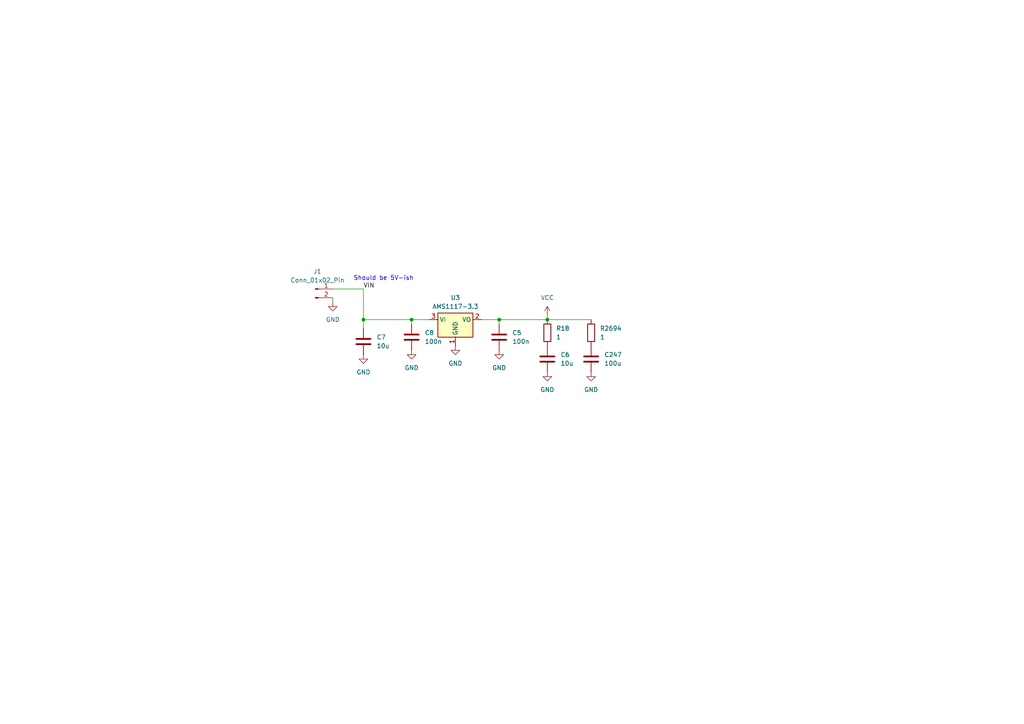
<source format=kicad_sch>
(kicad_sch (version 20250114) (generator "eeschema") (generator_version "9.0")
  (paper "A4")
  (lib_symbols
    (symbol "Connector:Conn_01x02_Pin" (pin_names (offset 1.016) (hide yes))
      (property "Reference" "J" (at 0 2.54 0))
      (property "Value" "Conn_01x02_Pin" (at 0 -5.08 0))
      (symbol "Conn_01x02_Pin_1_1"
        (rectangle (start 0.8636 0.127) (end 0 -0.127) (stroke (width 0.1524)) (fill (type outline)))
        (rectangle (start 0.8636 -2.413) (end 0 -2.667) (stroke (width 0.1524)) (fill (type outline)))
        (polyline (pts (xy 1.27 0) (xy 0.8636 0)) (stroke (width 0.1524)))
        (polyline (pts (xy 1.27 -2.54) (xy 0.8636 -2.54)) (stroke (width 0.1524)))
        (pin passive line (at 5.08 0 180) (length 3.81) (name "Pin_1") (number "1"))
        (pin passive line (at 5.08 -2.54 180) (length 3.81) (name "Pin_2") (number "2"))
      )
    )
    (symbol "Device:C" (pin_numbers (hide yes)) (pin_names (offset 0.254))
      (property "Reference" "C" (at 0.635 2.54 0))
      (property "Value" "C" (at 0.635 -2.54 0))
      (symbol "C_0_1"
        (polyline (pts (xy -2.032 0.762) (xy 2.032 0.762)) (stroke (width 0.508)))
        (polyline (pts (xy -2.032 -0.762) (xy 2.032 -0.762)) (stroke (width 0.508)))
      )
      (symbol "C_1_1"
        (pin passive line (at 0 3.81 270) (length 2.794) (name "~") (number "1"))
        (pin passive line (at 0 -3.81 90) (length 2.794) (name "~") (number "2"))
      )
    )
    (symbol "Regulator_Linear:AMS1117-3.3"
      (property "Reference" "U" (at -3.81 3.175 0))
      (property "Value" "AMS1117-3.3" (at 0 3.175 0))
      (symbol "AMS1117-3.3_0_1"
        (rectangle (start -5.08 -5.08) (end 5.08 1.905) (stroke (width 0.254)) (fill (type background)))
      )
      (symbol "AMS1117-3.3_1_1"
        (pin power_in line (at -7.62 0 0) (length 2.54) (name "VI") (number "3"))
        (pin power_in line (at 0 -7.62 90) (length 2.54) (name "GND") (number "1"))
        (pin power_out line (at 7.62 0 180) (length 2.54) (name "VO") (number "2"))
      )
    )
    (symbol "power:GND" (power) (pin_numbers (hide yes)) (pin_names (offset 0) (hide yes))
      (property "Value" "GND" (at 0 -3.81 0))
      (symbol "GND_0_1"
        (polyline (pts (xy 0 0) (xy 0 -1.27) (xy 1.27 -1.27) (xy 0 -2.54) (xy -1.27 -1.27) (xy 0 -1.27)))
      )
      (symbol "GND_1_1"
        (pin power_in line (at 0 0 270) (length 0) (name "~") (number "1"))
      )
    )
    (symbol "power:VCC" (power) (pin_numbers (hide yes)) (pin_names (offset 0) (hide yes))
      (property "Value" "VCC" (at 0 3.556 0))
      (symbol "VCC_0_1"
        (polyline (pts (xy -0.762 1.27) (xy 0 2.54)))
        (polyline (pts (xy 0 2.54) (xy 0.762 1.27)))
        (polyline (pts (xy 0 0) (xy 0 2.54)))
      )
      (symbol "VCC_1_1"
        (pin power_in line (at 0 0 90) (length 0) (name "~") (number "1"))
      )
    )
    (symbol "rflib:R" (pin_numbers (hide yes)) (pin_names (offset 0))
      (property "Reference" "R" (at 2.032 0 90))
      (property "Value" "R" (at 0 0 90))
      (symbol "R_0_1"
        (rectangle (start -1.016 -2.54) (end 1.016 2.54) (stroke (width 0.254)))
      )
      (symbol "R_1_1"
        (pin passive line (at 0 3.81 270) (length 1.27) (name "~") (number "1"))
        (pin passive line (at 0 -3.81 90) (length 1.27) (name "~") (number "2"))
      )
    )
  )
  (text "Should be 5V-ish" (at 111.252 80.772 0) (effects (font (size 1.27 1.27))))
  (junction (at 144.78 92.71))
  (junction (at 158.75 92.71))
  (junction (at 119.38 92.71))
  (junction (at 105.41 92.71))
  (wire (pts (xy 119.38 92.71) (xy 119.38 93.98)))
  (wire (pts (xy 139.7 92.71) (xy 144.78 92.71)))
  (wire (pts (xy 144.78 92.71) (xy 144.78 93.98)))
  (wire (pts (xy 96.52 86.36) (xy 96.52 87.63)))
  (wire (pts (xy 96.52 83.82) (xy 105.41 83.82)))
  (wire (pts (xy 105.41 83.82) (xy 105.41 92.71)))
  (wire (pts (xy 144.78 92.71) (xy 158.75 92.71)))
  (wire (pts (xy 105.41 92.71) (xy 105.41 95.25)))
  (wire (pts (xy 158.75 92.71) (xy 171.45 92.71)))
  (wire (pts (xy 124.46 92.71) (xy 119.38 92.71)))
  (wire (pts (xy 158.75 91.44) (xy 158.75 92.71)))
  (wire (pts (xy 119.38 92.71) (xy 105.41 92.71)))
  (label "VIN" (at 105.41 83.82 0))
  (symbol (lib_id "Connector:Conn_01x02_Pin") (at 91.44 83.82 0) (unit 1)
    (property "Reference" "J1" (at 92.075 78.74 0))
    (property "Value" "Conn_01x02_Pin" (at 92.075 81.28 0))
    (property "Footprint" "Connector_PinHeader_2.54mm:PinHeader_1x02_P2.54mm_Vertical" (effects (hide yes)))
    (property "Description" "Generic connector, single row, 01x02, script generated" (effects (hide yes)))
  )
  (symbol (lib_id "rflib:R") (at 171.45 96.52 180) (unit 1)
    (property "Reference" "R2694" (at 173.99 95.2499 0) (effects (justify right)))
    (property "Value" "1" (at 173.99 97.7899 0) (effects (justify right)))
    (property "Footprint" "Resistor_SMD:R_0402_1005Metric" (effects (hide yes)))
    (property "Description" "Resistor" (effects (hide yes)))
  )
  (symbol (lib_id "Device:C") (at 158.75 104.14 0) (unit 1)
    (property "Reference" "C6" (at 162.56 102.8699 0) (effects (justify left)))
    (property "Value" "10u" (at 162.56 105.4099 0) (effects (justify left)))
    (property "Footprint" "Capacitor_SMD:C_0603_1608Metric" (effects (hide yes)))
    (property "Description" "Unpolarized capacitor" (effects (hide yes)))
  )
  (symbol (lib_id "Device:C") (at 171.45 104.14 0) (unit 1)
    (property "Reference" "C247" (at 175.26 102.8699 0) (effects (justify left)))
    (property "Value" "100u" (at 175.26 105.4099 0) (effects (justify left)))
    (property "Footprint" "Capacitor_SMD:C_1206_3216Metric" (effects (hide yes)))
    (property "Description" "Unpolarized capacitor" (effects (hide yes)))
    (property "LCSC" "C15008" (effects (hide yes)))
  )
  (symbol (lib_id "Regulator_Linear:AMS1117-3.3") (at 132.08 92.71 0) (unit 1)
    (property "Reference" "U3" (at 132.08 86.36 0))
    (property "Value" "AMS1117-3.3" (at 132.08 88.9 0))
    (property "Footprint" "Package_TO_SOT_SMD:SOT-223-3_TabPin2" (effects (hide yes)))
    (property "Datasheet" "http://www.advanced-monolithic.com/pdf/ds1117.pdf" (effects (hide yes)))
    (property "Description" "1A Low Dropout regulator, positive, 3.3V fixed output, SOT-223" (effects (hide yes)))
  )
  (symbol (lib_id "power:GND") (at 132.08 100.33 0) (unit 1)
    (property "Reference" "#PWR050" (effects (hide yes)))
    (property "Value" "GND" (at 132.08 105.41 0))
    (property "Description" "Power symbol creates a global label with name \"GND\" , ground" (effects (hide yes)))
  )
  (symbol (lib_id "Device:C") (at 105.41 99.06 0) (unit 1)
    (property "Reference" "C7" (at 109.22 97.7899 0) (effects (justify left)))
    (property "Value" "10u" (at 109.22 100.3299 0) (effects (justify left)))
    (property "Footprint" "Capacitor_SMD:C_0603_1608Metric" (effects (hide yes)))
    (property "Description" "Unpolarized capacitor" (effects (hide yes)))
  )
  (symbol (lib_id "Device:C") (at 119.38 97.79 0) (unit 1)
    (property "Reference" "C8" (at 123.19 96.5199 0) (effects (justify left)))
    (property "Value" "100n" (at 123.19 99.0599 0) (effects (justify left)))
    (property "Footprint" "Capacitor_SMD:C_0402_1005Metric" (effects (hide yes)))
    (property "Description" "Unpolarized capacitor" (effects (hide yes)))
  )
  (symbol (lib_id "power:GND") (at 96.52 87.63 0) (unit 1)
    (property "Reference" "#PWR056" (effects (hide yes)))
    (property "Value" "GND" (at 96.52 92.71 0))
    (property "Description" "Power symbol creates a global label with name \"GND\" , ground" (effects (hide yes)))
  )
  (symbol (lib_id "power:GND") (at 105.41 102.87 0) (unit 1)
    (property "Reference" "#PWR054" (effects (hide yes)))
    (property "Value" "GND" (at 105.41 107.95 0))
    (property "Description" "Power symbol creates a global label with name \"GND\" , ground" (effects (hide yes)))
  )
  (symbol (lib_id "power:GND") (at 119.38 101.6 0) (unit 1)
    (property "Reference" "#PWR055" (effects (hide yes)))
    (property "Value" "GND" (at 119.38 106.68 0))
    (property "Description" "Power symbol creates a global label with name \"GND\" , ground" (effects (hide yes)))
  )
  (symbol (lib_id "Device:C") (at 144.78 97.79 0) (unit 1)
    (property "Reference" "C5" (at 148.59 96.5199 0) (effects (justify left)))
    (property "Value" "100n" (at 148.59 99.0599 0) (effects (justify left)))
    (property "Footprint" "Capacitor_SMD:C_0402_1005Metric" (effects (hide yes)))
    (property "Description" "Unpolarized capacitor" (effects (hide yes)))
  )
  (symbol (lib_id "power:GND") (at 158.75 107.95 0) (unit 1)
    (property "Reference" "#PWR053" (effects (hide yes)))
    (property "Value" "GND" (at 158.75 113.03 0))
    (property "Description" "Power symbol creates a global label with name \"GND\" , ground" (effects (hide yes)))
  )
  (symbol (lib_id "rflib:R") (at 158.75 96.52 180) (unit 1)
    (property "Reference" "R18" (at 161.29 95.2499 0) (effects (justify right)))
    (property "Value" "1" (at 161.29 97.7899 0) (effects (justify right)))
    (property "Footprint" "Resistor_SMD:R_0402_1005Metric" (effects (hide yes)))
    (property "Description" "Resistor" (effects (hide yes)))
  )
  (symbol (lib_id "power:VCC") (at 158.75 91.44 0) (unit 1)
    (property "Reference" "#PWR052" (effects (hide yes)))
    (property "Value" "VCC" (at 158.75 86.36 0))
    (property "Description" "Power symbol creates a global label with name \"VCC\"" (effects (hide yes)))
  )
  (symbol (lib_id "power:GND") (at 171.45 107.95 0) (unit 1)
    (property "Reference" "#PWR043" (effects (hide yes)))
    (property "Value" "GND" (at 171.45 113.03 0))
    (property "Description" "Power symbol creates a global label with name \"GND\" , ground" (effects (hide yes)))
  )
  (symbol (lib_id "power:GND") (at 144.78 101.6 0) (unit 1)
    (property "Reference" "#PWR051" (effects (hide yes)))
    (property "Value" "GND" (at 144.78 106.68 0))
    (property "Description" "Power symbol creates a global label with name \"GND\" , ground" (effects (hide yes)))
  )
)
</source>
